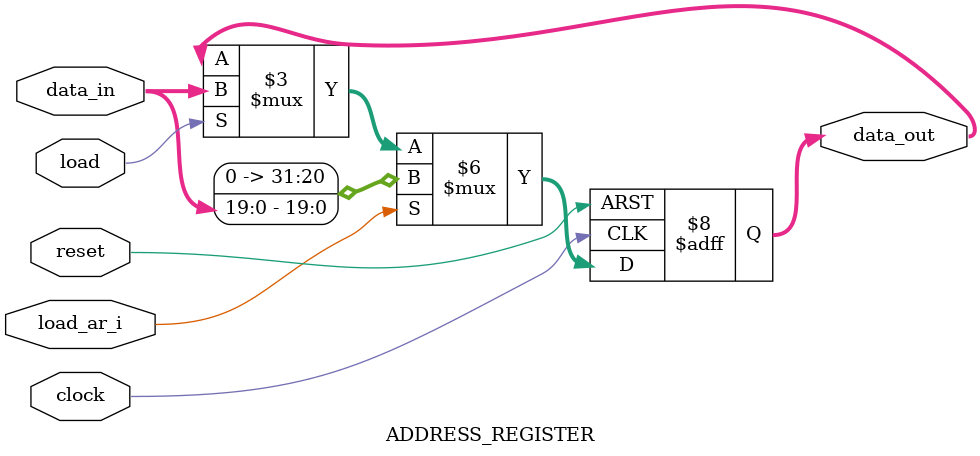
<source format=v>
module ADDRESS_REGISTER(data_out, data_in, load, load_ar_i, clock, reset);
  
  parameter word_size = 32;
  
  output reg [word_size-1:0] data_out;
  
  input [word_size-1:0] data_in;
  input load, clock, reset, load_ar_i;
  
  always @ (posedge clock or negedge reset)
    if (reset == 0) data_out <= 0;
	else if (load_ar_i) data_out <= data_in[19:0]; 
    else if (load) data_out <= data_in;
    
endmodule
</source>
